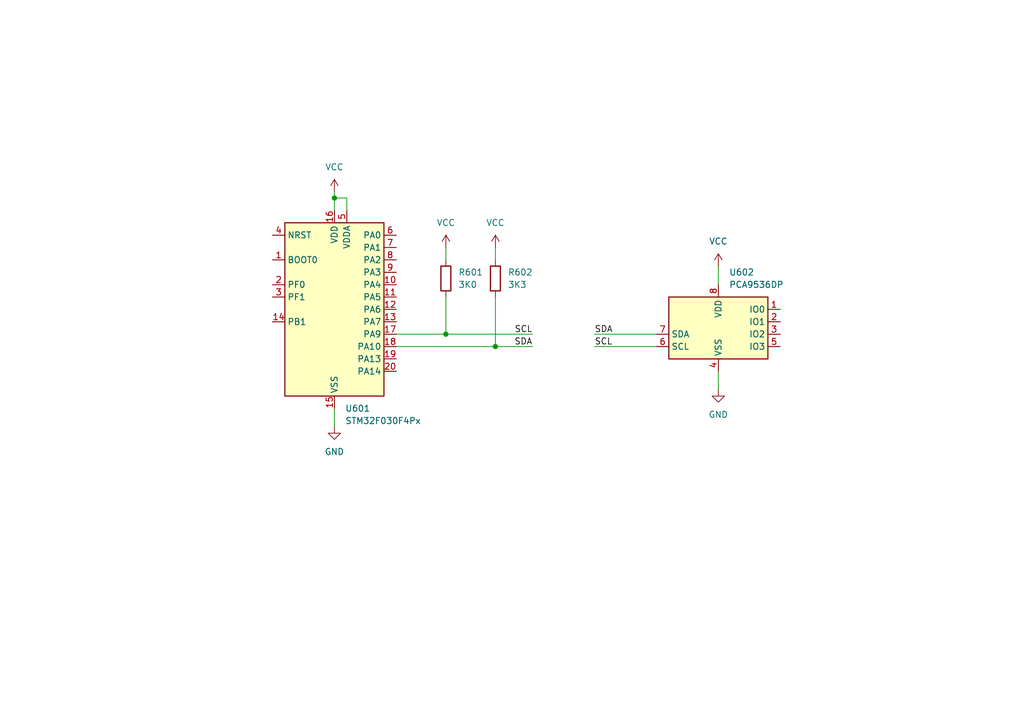
<source format=kicad_sch>
(kicad_sch (version 20231120) (generator "eeschema") (generator_version "8.0")
  (paper "A5")
  (lib_symbols
    (symbol "Device:R" (pin_numbers hide) (pin_names (offset 0))
      (property "Reference" "R" (at 2.032 0 90))
      (property "Value" "R" (at 0 0 90))
      (symbol "R_0_1"
        (rectangle (start -1.016 -2.54) (end 1.016 2.54) (stroke (width 0.254)))
      )
      (symbol "R_1_1"
        (pin passive line (at 0 3.81 270) (length 1.27) (name "~") (number "1"))
        (pin passive line (at 0 -3.81 90) (length 1.27) (name "~") (number "2"))
      )
    )
    (symbol "Interface_Expansion:PCA9536DP"
      (property "Reference" "U" (at -8.89 6.35 0))
      (property "Value" "PCA9536DP" (at 6.35 6.35 0))
      (symbol "PCA9536DP_0_1"
        (rectangle (start -10.16 5.08) (end 10.16 -7.62) (stroke (width 0.254)) (fill (type background)))
      )
      (symbol "PCA9536DP_1_1"
        (pin bidirectional line (at 12.7 2.54 180) (length 2.54) (name "IO0") (number "1"))
        (pin bidirectional line (at 12.7 0 180) (length 2.54) (name "IO1") (number "2"))
        (pin bidirectional line (at 12.7 -2.54 180) (length 2.54) (name "IO2") (number "3"))
        (pin power_in line (at 0 -10.16 90) (length 2.54) (name "VSS") (number "4"))
        (pin bidirectional line (at 12.7 -5.08 180) (length 2.54) (name "IO3") (number "5"))
        (pin input line (at -12.7 -5.08 0) (length 2.54) (name "SCL") (number "6"))
        (pin bidirectional line (at -12.7 -2.54 0) (length 2.54) (name "SDA") (number "7"))
        (pin power_in line (at 0 7.62 270) (length 2.54) (name "VDD") (number "8"))
      )
    )
    (symbol "MCU_ST_STM32F0:STM32F030F4Px"
      (property "Reference" "U" (at -10.16 19.05 0))
      (property "Value" "STM32F030F4Px" (at 5.08 19.05 0))
      (symbol "STM32F030F4Px_0_1"
        (rectangle (start -10.16 -17.78) (end 10.16 17.78) (stroke (width 0.254)) (fill (type background)))
      )
      (symbol "STM32F030F4Px_1_1"
        (pin input line (at -12.7 10.16 0) (length 2.54) (name "BOOT0") (number "1"))
        (pin bidirectional line (at 12.7 5.08 180) (length 2.54) (name "PA4") (number "10"))
        (pin bidirectional line (at 12.7 2.54 180) (length 2.54) (name "PA5") (number "11"))
        (pin bidirectional line (at 12.7 0 180) (length 2.54) (name "PA6") (number "12"))
        (pin bidirectional line (at 12.7 -2.54 180) (length 2.54) (name "PA7") (number "13"))
        (pin bidirectional line (at -12.7 -2.54 0) (length 2.54) (name "PB1") (number "14"))
        (pin power_in line (at 0 -20.32 90) (length 2.54) (name "VSS") (number "15"))
        (pin power_in line (at 0 20.32 270) (length 2.54) (name "VDD") (number "16"))
        (pin bidirectional line (at 12.7 -5.08 180) (length 2.54) (name "PA9") (number "17"))
        (pin bidirectional line (at 12.7 -7.62 180) (length 2.54) (name "PA10") (number "18"))
        (pin bidirectional line (at 12.7 -10.16 180) (length 2.54) (name "PA13") (number "19"))
        (pin bidirectional line (at -12.7 5.08 0) (length 2.54) (name "PF0") (number "2"))
        (pin bidirectional line (at 12.7 -12.7 180) (length 2.54) (name "PA14") (number "20"))
        (pin bidirectional line (at -12.7 2.54 0) (length 2.54) (name "PF1") (number "3"))
        (pin input line (at -12.7 15.24 0) (length 2.54) (name "NRST") (number "4"))
        (pin power_in line (at 2.54 20.32 270) (length 2.54) (name "VDDA") (number "5"))
        (pin bidirectional line (at 12.7 15.24 180) (length 2.54) (name "PA0") (number "6"))
        (pin bidirectional line (at 12.7 12.7 180) (length 2.54) (name "PA1") (number "7"))
        (pin bidirectional line (at 12.7 10.16 180) (length 2.54) (name "PA2") (number "8"))
        (pin bidirectional line (at 12.7 7.62 180) (length 2.54) (name "PA3") (number "9"))
      )
    )
    (symbol "power:GND" (power) (pin_numbers hide) (pin_names (offset 0) hide)
      (property "Value" "GND" (at 0 -3.81 0))
      (symbol "GND_0_1"
        (polyline (pts (xy 0 0) (xy 0 -1.27) (xy 1.27 -1.27) (xy 0 -2.54) (xy -1.27 -1.27) (xy 0 -1.27)))
      )
      (symbol "GND_1_1"
        (pin power_in line (at 0 0 270) (length 0) (name "~") (number "1"))
      )
    )
    (symbol "power:VCC" (power) (pin_numbers hide) (pin_names (offset 0) hide)
      (property "Value" "VCC" (at 0 3.556 0))
      (symbol "VCC_0_1"
        (polyline (pts (xy -0.762 1.27) (xy 0 2.54)))
        (polyline (pts (xy 0 0) (xy 0 2.54)))
        (polyline (pts (xy 0 2.54) (xy 0.762 1.27)))
      )
      (symbol "VCC_1_1"
        (pin power_in line (at 0 0 90) (length 0) (name "~") (number "1"))
      )
    )
  )
  (junction (at 68.58 40.64))
  (junction (at 101.6 71.12))
  (junction (at 91.44 68.58))
  (wire (pts (xy 81.28 68.58) (xy 91.44 68.58)))
  (wire (pts (xy 101.6 50.8) (xy 101.6 53.34)))
  (wire (pts (xy 68.58 40.64) (xy 68.58 43.18)))
  (wire (pts (xy 91.44 68.58) (xy 109.22 68.58)))
  (wire (pts (xy 68.58 39.37) (xy 68.58 40.64)))
  (wire (pts (xy 101.6 60.96) (xy 101.6 71.12)))
  (wire (pts (xy 101.6 71.12) (xy 109.22 71.12)))
  (wire (pts (xy 71.12 40.64) (xy 68.58 40.64)))
  (wire (pts (xy 68.58 83.82) (xy 68.58 87.63)))
  (wire (pts (xy 91.44 50.8) (xy 91.44 53.34)))
  (wire (pts (xy 91.44 60.96) (xy 91.44 68.58)))
  (wire (pts (xy 147.32 76.2) (xy 147.32 80.01)))
  (wire (pts (xy 147.32 54.61) (xy 147.32 58.42)))
  (wire (pts (xy 134.62 71.12) (xy 121.92 71.12)))
  (wire (pts (xy 134.62 68.58) (xy 121.92 68.58)))
  (wire (pts (xy 71.12 43.18) (xy 71.12 40.64)))
  (wire (pts (xy 81.28 71.12) (xy 101.6 71.12)))
  (label "SCL" (at 109.22 68.58 180))
  (label "SDA" (at 121.92 68.58 0))
  (label "SCL" (at 121.92 71.12 0))
  (label "SDA" (at 109.22 71.12 180))
  (symbol (lib_id "Device:R") (at 101.6 57.15 0) (unit 1)
    (property "Reference" "R602" (at 104.14 55.8799 0) (effects (justify left)))
    (property "Value" "3K3" (at 104.14 58.4199 0) (effects (justify left)))
    (property "Description" "Resistor" (effects (hide yes)))
  )
  (symbol (lib_id "power:VCC") (at 101.6 50.8 0) (unit 1)
    (property "Reference" "#PWR0604" (effects (hide yes)))
    (property "Value" "VCC" (at 101.6 45.72 0))
    (property "Description" "Power symbol creates a global label with name \"VCC\"" (effects (hide yes)))
  )
  (symbol (lib_id "power:GND") (at 147.32 80.01 0) (unit 1)
    (property "Reference" "#PWR0606" (effects (hide yes)))
    (property "Value" "GND" (at 147.32 85.09 0))
    (property "Description" "Power symbol creates a global label with name \"GND\" , ground" (effects (hide yes)))
  )
  (symbol (lib_id "Interface_Expansion:PCA9536DP") (at 147.32 66.04 0) (unit 1)
    (property "Reference" "U602" (at 149.5141 55.88 0) (effects (justify left)))
    (property "Value" "PCA9536DP" (at 149.5141 58.42 0) (effects (justify left)))
    (property "Footprint" "Package_SO:TSSOP-8_3x3mm_P0.65mm" (effects (hide yes)))
    (property "Datasheet" "http://www.nxp.com/docs/en/data-sheet/PCA9536.pdf" (effects (hide yes)))
    (property "Description" "4-bit I2C-bus and SMBus IO port, TSSOP-8" (effects (hide yes)))
  )
  (symbol (lib_id "power:VCC") (at 91.44 50.8 0) (unit 1)
    (property "Reference" "#PWR0603" (effects (hide yes)))
    (property "Value" "VCC" (at 91.44 45.72 0))
    (property "Description" "Power symbol creates a global label with name \"VCC\"" (effects (hide yes)))
  )
  (symbol (lib_id "Device:R") (at 91.44 57.15 0) (unit 1)
    (property "Reference" "R601" (at 93.98 55.8799 0) (effects (justify left)))
    (property "Value" "3K0" (at 93.98 58.4199 0) (effects (justify left)))
    (property "Description" "Resistor" (effects (hide yes)))
  )
  (symbol (lib_id "MCU_ST_STM32F0:STM32F030F4Px") (at 68.58 63.5 0) (unit 1)
    (property "Reference" "U601" (at 70.7741 83.82 0) (effects (justify left)))
    (property "Value" "STM32F030F4Px" (at 70.7741 86.36 0) (effects (justify left)))
    (property "Footprint" "Package_SO:TSSOP-20_4.4x6.5mm_P0.65mm" (effects (hide yes)))
    (property "Datasheet" "https://www.st.com/resource/en/datasheet/stm32f030f4.pdf" (effects (hide yes)))
    (property "Description" "STMicroelectronics Arm Cortex-M0 MCU, 16KB flash, 4KB RAM, 48 MHz, 2.4-3.6V, 15 GPIO, TSSOP20" (effects (hide yes)))
  )
  (symbol (lib_id "power:GND") (at 68.58 87.63 0) (unit 1)
    (property "Reference" "#PWR0602" (effects (hide yes)))
    (property "Value" "GND" (at 68.58 92.71 0))
    (property "Description" "Power symbol creates a global label with name \"GND\" , ground" (effects (hide yes)))
  )
  (symbol (lib_id "power:VCC") (at 68.58 39.37 0) (unit 1)
    (property "Reference" "#PWR0601" (effects (hide yes)))
    (property "Value" "VCC" (at 68.58 34.29 0))
    (property "Description" "Power symbol creates a global label with name \"VCC\"" (effects (hide yes)))
  )
  (symbol (lib_id "power:VCC") (at 147.32 54.61 0) (unit 1)
    (property "Reference" "#PWR0605" (effects (hide yes)))
    (property "Value" "VCC" (at 147.32 49.53 0))
    (property "Description" "Power symbol creates a global label with name \"VCC\"" (effects (hide yes)))
  )
)
</source>
